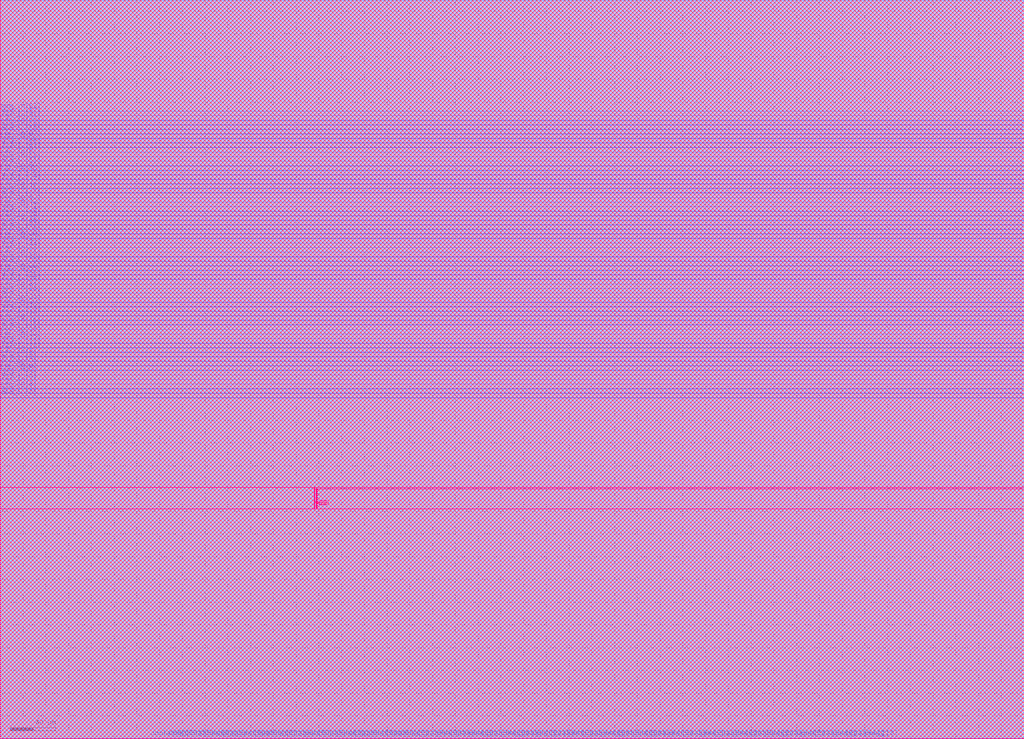
<source format=lef>
##
## LEF for PtnCells ;
## created by Innovus v15.23-s045_1 on Sat Mar 22 04:18:38 2025
##

VERSION 5.8 ;

BUSBITCHARS "[]" ;
DIVIDERCHAR "/" ;

MACRO core
  CLASS BLOCK ;
  SIZE 900.0000 BY 650.0000 ;
  FOREIGN core 0.0000 0.0000 ;
  ORIGIN 0 0 ;
  SYMMETRY X Y R90 ;
  PIN clk
    DIRECTION INPUT ;
    USE SIGNAL ;
    PORT
      LAYER M4 ;
        RECT 450.0500 649.4800 450.1500 650.0000 ;
    END
  END clk
  PIN clk_o
    DIRECTION INPUT ;
    USE SIGNAL ;
    PORT
      LAYER M4 ;
        RECT 454.0500 649.4800 454.1500 650.0000 ;
    END
  END clk_o
  PIN sum_out[23]
    DIRECTION OUTPUT ;
    USE SIGNAL ;
    PORT
      LAYER M4 ;
        RECT 742.0500 649.4800 742.1500 650.0000 ;
    END
  END sum_out[23]
  PIN sum_out[22]
    DIRECTION OUTPUT ;
    USE SIGNAL ;
    PORT
      LAYER M4 ;
        RECT 738.0500 649.4800 738.1500 650.0000 ;
    END
  END sum_out[22]
  PIN sum_out[21]
    DIRECTION OUTPUT ;
    USE SIGNAL ;
    PORT
      LAYER M4 ;
        RECT 734.0500 649.4800 734.1500 650.0000 ;
    END
  END sum_out[21]
  PIN sum_out[20]
    DIRECTION OUTPUT ;
    USE SIGNAL ;
    PORT
      LAYER M4 ;
        RECT 730.0500 649.4800 730.1500 650.0000 ;
    END
  END sum_out[20]
  PIN sum_out[19]
    DIRECTION OUTPUT ;
    USE SIGNAL ;
    PORT
      LAYER M4 ;
        RECT 726.0500 649.4800 726.1500 650.0000 ;
    END
  END sum_out[19]
  PIN sum_out[18]
    DIRECTION OUTPUT ;
    USE SIGNAL ;
    PORT
      LAYER M4 ;
        RECT 722.0500 649.4800 722.1500 650.0000 ;
    END
  END sum_out[18]
  PIN sum_out[17]
    DIRECTION OUTPUT ;
    USE SIGNAL ;
    PORT
      LAYER M4 ;
        RECT 718.0500 649.4800 718.1500 650.0000 ;
    END
  END sum_out[17]
  PIN sum_out[16]
    DIRECTION OUTPUT ;
    USE SIGNAL ;
    PORT
      LAYER M4 ;
        RECT 714.0500 649.4800 714.1500 650.0000 ;
    END
  END sum_out[16]
  PIN sum_out[15]
    DIRECTION OUTPUT ;
    USE SIGNAL ;
    PORT
      LAYER M4 ;
        RECT 710.0500 649.4800 710.1500 650.0000 ;
    END
  END sum_out[15]
  PIN sum_out[14]
    DIRECTION OUTPUT ;
    USE SIGNAL ;
    PORT
      LAYER M4 ;
        RECT 706.0500 649.4800 706.1500 650.0000 ;
    END
  END sum_out[14]
  PIN sum_out[13]
    DIRECTION OUTPUT ;
    USE SIGNAL ;
    PORT
      LAYER M4 ;
        RECT 702.0500 649.4800 702.1500 650.0000 ;
    END
  END sum_out[13]
  PIN sum_out[12]
    DIRECTION OUTPUT ;
    USE SIGNAL ;
    PORT
      LAYER M4 ;
        RECT 698.0500 649.4800 698.1500 650.0000 ;
    END
  END sum_out[12]
  PIN sum_out[11]
    DIRECTION OUTPUT ;
    USE SIGNAL ;
    PORT
      LAYER M4 ;
        RECT 694.0500 649.4800 694.1500 650.0000 ;
    END
  END sum_out[11]
  PIN sum_out[10]
    DIRECTION OUTPUT ;
    USE SIGNAL ;
    PORT
      LAYER M4 ;
        RECT 690.0500 649.4800 690.1500 650.0000 ;
    END
  END sum_out[10]
  PIN sum_out[9]
    DIRECTION OUTPUT ;
    USE SIGNAL ;
    PORT
      LAYER M4 ;
        RECT 686.0500 649.4800 686.1500 650.0000 ;
    END
  END sum_out[9]
  PIN sum_out[8]
    DIRECTION OUTPUT ;
    USE SIGNAL ;
    PORT
      LAYER M4 ;
        RECT 682.0500 649.4800 682.1500 650.0000 ;
    END
  END sum_out[8]
  PIN sum_out[7]
    DIRECTION OUTPUT ;
    USE SIGNAL ;
    PORT
      LAYER M4 ;
        RECT 678.0500 649.4800 678.1500 650.0000 ;
    END
  END sum_out[7]
  PIN sum_out[6]
    DIRECTION OUTPUT ;
    USE SIGNAL ;
    PORT
      LAYER M4 ;
        RECT 674.0500 649.4800 674.1500 650.0000 ;
    END
  END sum_out[6]
  PIN sum_out[5]
    DIRECTION OUTPUT ;
    USE SIGNAL ;
    PORT
      LAYER M4 ;
        RECT 670.0500 649.4800 670.1500 650.0000 ;
    END
  END sum_out[5]
  PIN sum_out[4]
    DIRECTION OUTPUT ;
    USE SIGNAL ;
    PORT
      LAYER M4 ;
        RECT 666.0500 649.4800 666.1500 650.0000 ;
    END
  END sum_out[4]
  PIN sum_out[3]
    DIRECTION OUTPUT ;
    USE SIGNAL ;
    PORT
      LAYER M4 ;
        RECT 662.0500 649.4800 662.1500 650.0000 ;
    END
  END sum_out[3]
  PIN sum_out[2]
    DIRECTION OUTPUT ;
    USE SIGNAL ;
    PORT
      LAYER M4 ;
        RECT 658.0500 649.4800 658.1500 650.0000 ;
    END
  END sum_out[2]
  PIN sum_out[1]
    DIRECTION OUTPUT ;
    USE SIGNAL ;
    PORT
      LAYER M4 ;
        RECT 654.0500 649.4800 654.1500 650.0000 ;
    END
  END sum_out[1]
  PIN sum_out[0]
    DIRECTION OUTPUT ;
    USE SIGNAL ;
    PORT
      LAYER M4 ;
        RECT 650.0500 649.4800 650.1500 650.0000 ;
    END
  END sum_out[0]
  PIN sum_in[23]
    DIRECTION INPUT ;
    USE SIGNAL ;
    PORT
      LAYER M4 ;
        RECT 646.0500 649.4800 646.1500 650.0000 ;
    END
  END sum_in[23]
  PIN sum_in[22]
    DIRECTION INPUT ;
    USE SIGNAL ;
    PORT
      LAYER M4 ;
        RECT 642.0500 649.4800 642.1500 650.0000 ;
    END
  END sum_in[22]
  PIN sum_in[21]
    DIRECTION INPUT ;
    USE SIGNAL ;
    PORT
      LAYER M4 ;
        RECT 638.0500 649.4800 638.1500 650.0000 ;
    END
  END sum_in[21]
  PIN sum_in[20]
    DIRECTION INPUT ;
    USE SIGNAL ;
    PORT
      LAYER M4 ;
        RECT 634.0500 649.4800 634.1500 650.0000 ;
    END
  END sum_in[20]
  PIN sum_in[19]
    DIRECTION INPUT ;
    USE SIGNAL ;
    PORT
      LAYER M4 ;
        RECT 630.0500 649.4800 630.1500 650.0000 ;
    END
  END sum_in[19]
  PIN sum_in[18]
    DIRECTION INPUT ;
    USE SIGNAL ;
    PORT
      LAYER M4 ;
        RECT 626.0500 649.4800 626.1500 650.0000 ;
    END
  END sum_in[18]
  PIN sum_in[17]
    DIRECTION INPUT ;
    USE SIGNAL ;
    PORT
      LAYER M4 ;
        RECT 622.0500 649.4800 622.1500 650.0000 ;
    END
  END sum_in[17]
  PIN sum_in[16]
    DIRECTION INPUT ;
    USE SIGNAL ;
    PORT
      LAYER M4 ;
        RECT 618.0500 649.4800 618.1500 650.0000 ;
    END
  END sum_in[16]
  PIN sum_in[15]
    DIRECTION INPUT ;
    USE SIGNAL ;
    PORT
      LAYER M4 ;
        RECT 614.0500 649.4800 614.1500 650.0000 ;
    END
  END sum_in[15]
  PIN sum_in[14]
    DIRECTION INPUT ;
    USE SIGNAL ;
    PORT
      LAYER M4 ;
        RECT 610.0500 649.4800 610.1500 650.0000 ;
    END
  END sum_in[14]
  PIN sum_in[13]
    DIRECTION INPUT ;
    USE SIGNAL ;
    PORT
      LAYER M4 ;
        RECT 606.0500 649.4800 606.1500 650.0000 ;
    END
  END sum_in[13]
  PIN sum_in[12]
    DIRECTION INPUT ;
    USE SIGNAL ;
    PORT
      LAYER M4 ;
        RECT 602.0500 649.4800 602.1500 650.0000 ;
    END
  END sum_in[12]
  PIN sum_in[11]
    DIRECTION INPUT ;
    USE SIGNAL ;
    PORT
      LAYER M4 ;
        RECT 598.0500 649.4800 598.1500 650.0000 ;
    END
  END sum_in[11]
  PIN sum_in[10]
    DIRECTION INPUT ;
    USE SIGNAL ;
    PORT
      LAYER M4 ;
        RECT 594.0500 649.4800 594.1500 650.0000 ;
    END
  END sum_in[10]
  PIN sum_in[9]
    DIRECTION INPUT ;
    USE SIGNAL ;
    PORT
      LAYER M4 ;
        RECT 590.0500 649.4800 590.1500 650.0000 ;
    END
  END sum_in[9]
  PIN sum_in[8]
    DIRECTION INPUT ;
    USE SIGNAL ;
    PORT
      LAYER M4 ;
        RECT 586.0500 649.4800 586.1500 650.0000 ;
    END
  END sum_in[8]
  PIN sum_in[7]
    DIRECTION INPUT ;
    USE SIGNAL ;
    PORT
      LAYER M4 ;
        RECT 582.0500 649.4800 582.1500 650.0000 ;
    END
  END sum_in[7]
  PIN sum_in[6]
    DIRECTION INPUT ;
    USE SIGNAL ;
    PORT
      LAYER M4 ;
        RECT 578.0500 649.4800 578.1500 650.0000 ;
    END
  END sum_in[6]
  PIN sum_in[5]
    DIRECTION INPUT ;
    USE SIGNAL ;
    PORT
      LAYER M4 ;
        RECT 574.0500 649.4800 574.1500 650.0000 ;
    END
  END sum_in[5]
  PIN sum_in[4]
    DIRECTION INPUT ;
    USE SIGNAL ;
    PORT
      LAYER M4 ;
        RECT 570.0500 649.4800 570.1500 650.0000 ;
    END
  END sum_in[4]
  PIN sum_in[3]
    DIRECTION INPUT ;
    USE SIGNAL ;
    PORT
      LAYER M4 ;
        RECT 566.0500 649.4800 566.1500 650.0000 ;
    END
  END sum_in[3]
  PIN sum_in[2]
    DIRECTION INPUT ;
    USE SIGNAL ;
    PORT
      LAYER M4 ;
        RECT 562.0500 649.4800 562.1500 650.0000 ;
    END
  END sum_in[2]
  PIN sum_in[1]
    DIRECTION INPUT ;
    USE SIGNAL ;
    PORT
      LAYER M4 ;
        RECT 558.0500 649.4800 558.1500 650.0000 ;
    END
  END sum_in[1]
  PIN sum_in[0]
    DIRECTION INPUT ;
    USE SIGNAL ;
    PORT
      LAYER M4 ;
        RECT 554.0500 649.4800 554.1500 650.0000 ;
    END
  END sum_in[0]
  PIN mem_in[63]
    DIRECTION INPUT ;
    USE SIGNAL ;
    PORT
      LAYER M3 ;
        RECT 0.0000 551.9500 0.5200 552.0500 ;
    END
  END mem_in[63]
  PIN mem_in[62]
    DIRECTION INPUT ;
    USE SIGNAL ;
    PORT
      LAYER M3 ;
        RECT 0.0000 547.9500 0.5200 548.0500 ;
    END
  END mem_in[62]
  PIN mem_in[61]
    DIRECTION INPUT ;
    USE SIGNAL ;
    PORT
      LAYER M3 ;
        RECT 0.0000 543.9500 0.5200 544.0500 ;
    END
  END mem_in[61]
  PIN mem_in[60]
    DIRECTION INPUT ;
    USE SIGNAL ;
    PORT
      LAYER M3 ;
        RECT 0.0000 539.9500 0.5200 540.0500 ;
    END
  END mem_in[60]
  PIN mem_in[59]
    DIRECTION INPUT ;
    USE SIGNAL ;
    PORT
      LAYER M3 ;
        RECT 0.0000 535.9500 0.5200 536.0500 ;
    END
  END mem_in[59]
  PIN mem_in[58]
    DIRECTION INPUT ;
    USE SIGNAL ;
    PORT
      LAYER M3 ;
        RECT 0.0000 531.9500 0.5200 532.0500 ;
    END
  END mem_in[58]
  PIN mem_in[57]
    DIRECTION INPUT ;
    USE SIGNAL ;
    PORT
      LAYER M3 ;
        RECT 0.0000 527.9500 0.5200 528.0500 ;
    END
  END mem_in[57]
  PIN mem_in[56]
    DIRECTION INPUT ;
    USE SIGNAL ;
    PORT
      LAYER M3 ;
        RECT 0.0000 523.9500 0.5200 524.0500 ;
    END
  END mem_in[56]
  PIN mem_in[55]
    DIRECTION INPUT ;
    USE SIGNAL ;
    PORT
      LAYER M3 ;
        RECT 0.0000 519.9500 0.5200 520.0500 ;
    END
  END mem_in[55]
  PIN mem_in[54]
    DIRECTION INPUT ;
    USE SIGNAL ;
    PORT
      LAYER M3 ;
        RECT 0.0000 515.9500 0.5200 516.0500 ;
    END
  END mem_in[54]
  PIN mem_in[53]
    DIRECTION INPUT ;
    USE SIGNAL ;
    PORT
      LAYER M3 ;
        RECT 0.0000 511.9500 0.5200 512.0500 ;
    END
  END mem_in[53]
  PIN mem_in[52]
    DIRECTION INPUT ;
    USE SIGNAL ;
    PORT
      LAYER M3 ;
        RECT 0.0000 507.9500 0.5200 508.0500 ;
    END
  END mem_in[52]
  PIN mem_in[51]
    DIRECTION INPUT ;
    USE SIGNAL ;
    PORT
      LAYER M3 ;
        RECT 0.0000 503.9500 0.5200 504.0500 ;
    END
  END mem_in[51]
  PIN mem_in[50]
    DIRECTION INPUT ;
    USE SIGNAL ;
    PORT
      LAYER M3 ;
        RECT 0.0000 499.9500 0.5200 500.0500 ;
    END
  END mem_in[50]
  PIN mem_in[49]
    DIRECTION INPUT ;
    USE SIGNAL ;
    PORT
      LAYER M3 ;
        RECT 0.0000 495.9500 0.5200 496.0500 ;
    END
  END mem_in[49]
  PIN mem_in[48]
    DIRECTION INPUT ;
    USE SIGNAL ;
    PORT
      LAYER M3 ;
        RECT 0.0000 491.9500 0.5200 492.0500 ;
    END
  END mem_in[48]
  PIN mem_in[47]
    DIRECTION INPUT ;
    USE SIGNAL ;
    PORT
      LAYER M3 ;
        RECT 0.0000 487.9500 0.5200 488.0500 ;
    END
  END mem_in[47]
  PIN mem_in[46]
    DIRECTION INPUT ;
    USE SIGNAL ;
    PORT
      LAYER M3 ;
        RECT 0.0000 483.9500 0.5200 484.0500 ;
    END
  END mem_in[46]
  PIN mem_in[45]
    DIRECTION INPUT ;
    USE SIGNAL ;
    PORT
      LAYER M3 ;
        RECT 0.0000 479.9500 0.5200 480.0500 ;
    END
  END mem_in[45]
  PIN mem_in[44]
    DIRECTION INPUT ;
    USE SIGNAL ;
    PORT
      LAYER M3 ;
        RECT 0.0000 475.9500 0.5200 476.0500 ;
    END
  END mem_in[44]
  PIN mem_in[43]
    DIRECTION INPUT ;
    USE SIGNAL ;
    PORT
      LAYER M3 ;
        RECT 0.0000 471.9500 0.5200 472.0500 ;
    END
  END mem_in[43]
  PIN mem_in[42]
    DIRECTION INPUT ;
    USE SIGNAL ;
    PORT
      LAYER M3 ;
        RECT 0.0000 467.9500 0.5200 468.0500 ;
    END
  END mem_in[42]
  PIN mem_in[41]
    DIRECTION INPUT ;
    USE SIGNAL ;
    PORT
      LAYER M3 ;
        RECT 0.0000 463.9500 0.5200 464.0500 ;
    END
  END mem_in[41]
  PIN mem_in[40]
    DIRECTION INPUT ;
    USE SIGNAL ;
    PORT
      LAYER M3 ;
        RECT 0.0000 459.9500 0.5200 460.0500 ;
    END
  END mem_in[40]
  PIN mem_in[39]
    DIRECTION INPUT ;
    USE SIGNAL ;
    PORT
      LAYER M3 ;
        RECT 0.0000 455.9500 0.5200 456.0500 ;
    END
  END mem_in[39]
  PIN mem_in[38]
    DIRECTION INPUT ;
    USE SIGNAL ;
    PORT
      LAYER M3 ;
        RECT 0.0000 451.9500 0.5200 452.0500 ;
    END
  END mem_in[38]
  PIN mem_in[37]
    DIRECTION INPUT ;
    USE SIGNAL ;
    PORT
      LAYER M3 ;
        RECT 0.0000 447.9500 0.5200 448.0500 ;
    END
  END mem_in[37]
  PIN mem_in[36]
    DIRECTION INPUT ;
    USE SIGNAL ;
    PORT
      LAYER M3 ;
        RECT 0.0000 443.9500 0.5200 444.0500 ;
    END
  END mem_in[36]
  PIN mem_in[35]
    DIRECTION INPUT ;
    USE SIGNAL ;
    PORT
      LAYER M3 ;
        RECT 0.0000 439.9500 0.5200 440.0500 ;
    END
  END mem_in[35]
  PIN mem_in[34]
    DIRECTION INPUT ;
    USE SIGNAL ;
    PORT
      LAYER M3 ;
        RECT 0.0000 435.9500 0.5200 436.0500 ;
    END
  END mem_in[34]
  PIN mem_in[33]
    DIRECTION INPUT ;
    USE SIGNAL ;
    PORT
      LAYER M3 ;
        RECT 0.0000 431.9500 0.5200 432.0500 ;
    END
  END mem_in[33]
  PIN mem_in[32]
    DIRECTION INPUT ;
    USE SIGNAL ;
    PORT
      LAYER M3 ;
        RECT 0.0000 427.9500 0.5200 428.0500 ;
    END
  END mem_in[32]
  PIN mem_in[31]
    DIRECTION INPUT ;
    USE SIGNAL ;
    PORT
      LAYER M3 ;
        RECT 0.0000 423.9500 0.5200 424.0500 ;
    END
  END mem_in[31]
  PIN mem_in[30]
    DIRECTION INPUT ;
    USE SIGNAL ;
    PORT
      LAYER M3 ;
        RECT 0.0000 419.9500 0.5200 420.0500 ;
    END
  END mem_in[30]
  PIN mem_in[29]
    DIRECTION INPUT ;
    USE SIGNAL ;
    PORT
      LAYER M3 ;
        RECT 0.0000 415.9500 0.5200 416.0500 ;
    END
  END mem_in[29]
  PIN mem_in[28]
    DIRECTION INPUT ;
    USE SIGNAL ;
    PORT
      LAYER M3 ;
        RECT 0.0000 411.9500 0.5200 412.0500 ;
    END
  END mem_in[28]
  PIN mem_in[27]
    DIRECTION INPUT ;
    USE SIGNAL ;
    PORT
      LAYER M3 ;
        RECT 0.0000 407.9500 0.5200 408.0500 ;
    END
  END mem_in[27]
  PIN mem_in[26]
    DIRECTION INPUT ;
    USE SIGNAL ;
    PORT
      LAYER M3 ;
        RECT 0.0000 403.9500 0.5200 404.0500 ;
    END
  END mem_in[26]
  PIN mem_in[25]
    DIRECTION INPUT ;
    USE SIGNAL ;
    PORT
      LAYER M3 ;
        RECT 0.0000 399.9500 0.5200 400.0500 ;
    END
  END mem_in[25]
  PIN mem_in[24]
    DIRECTION INPUT ;
    USE SIGNAL ;
    PORT
      LAYER M3 ;
        RECT 0.0000 395.9500 0.5200 396.0500 ;
    END
  END mem_in[24]
  PIN mem_in[23]
    DIRECTION INPUT ;
    USE SIGNAL ;
    PORT
      LAYER M3 ;
        RECT 0.0000 391.9500 0.5200 392.0500 ;
    END
  END mem_in[23]
  PIN mem_in[22]
    DIRECTION INPUT ;
    USE SIGNAL ;
    PORT
      LAYER M3 ;
        RECT 0.0000 387.9500 0.5200 388.0500 ;
    END
  END mem_in[22]
  PIN mem_in[21]
    DIRECTION INPUT ;
    USE SIGNAL ;
    PORT
      LAYER M3 ;
        RECT 0.0000 383.9500 0.5200 384.0500 ;
    END
  END mem_in[21]
  PIN mem_in[20]
    DIRECTION INPUT ;
    USE SIGNAL ;
    PORT
      LAYER M3 ;
        RECT 0.0000 379.9500 0.5200 380.0500 ;
    END
  END mem_in[20]
  PIN mem_in[19]
    DIRECTION INPUT ;
    USE SIGNAL ;
    PORT
      LAYER M3 ;
        RECT 0.0000 375.9500 0.5200 376.0500 ;
    END
  END mem_in[19]
  PIN mem_in[18]
    DIRECTION INPUT ;
    USE SIGNAL ;
    PORT
      LAYER M3 ;
        RECT 0.0000 371.9500 0.5200 372.0500 ;
    END
  END mem_in[18]
  PIN mem_in[17]
    DIRECTION INPUT ;
    USE SIGNAL ;
    PORT
      LAYER M3 ;
        RECT 0.0000 367.9500 0.5200 368.0500 ;
    END
  END mem_in[17]
  PIN mem_in[16]
    DIRECTION INPUT ;
    USE SIGNAL ;
    PORT
      LAYER M3 ;
        RECT 0.0000 363.9500 0.5200 364.0500 ;
    END
  END mem_in[16]
  PIN mem_in[15]
    DIRECTION INPUT ;
    USE SIGNAL ;
    PORT
      LAYER M3 ;
        RECT 0.0000 359.9500 0.5200 360.0500 ;
    END
  END mem_in[15]
  PIN mem_in[14]
    DIRECTION INPUT ;
    USE SIGNAL ;
    PORT
      LAYER M3 ;
        RECT 0.0000 355.9500 0.5200 356.0500 ;
    END
  END mem_in[14]
  PIN mem_in[13]
    DIRECTION INPUT ;
    USE SIGNAL ;
    PORT
      LAYER M3 ;
        RECT 0.0000 351.9500 0.5200 352.0500 ;
    END
  END mem_in[13]
  PIN mem_in[12]
    DIRECTION INPUT ;
    USE SIGNAL ;
    PORT
      LAYER M3 ;
        RECT 0.0000 347.9500 0.5200 348.0500 ;
    END
  END mem_in[12]
  PIN mem_in[11]
    DIRECTION INPUT ;
    USE SIGNAL ;
    PORT
      LAYER M3 ;
        RECT 0.0000 343.9500 0.5200 344.0500 ;
    END
  END mem_in[11]
  PIN mem_in[10]
    DIRECTION INPUT ;
    USE SIGNAL ;
    PORT
      LAYER M3 ;
        RECT 0.0000 339.9500 0.5200 340.0500 ;
    END
  END mem_in[10]
  PIN mem_in[9]
    DIRECTION INPUT ;
    USE SIGNAL ;
    PORT
      LAYER M3 ;
        RECT 0.0000 335.9500 0.5200 336.0500 ;
    END
  END mem_in[9]
  PIN mem_in[8]
    DIRECTION INPUT ;
    USE SIGNAL ;
    PORT
      LAYER M3 ;
        RECT 0.0000 331.9500 0.5200 332.0500 ;
    END
  END mem_in[8]
  PIN mem_in[7]
    DIRECTION INPUT ;
    USE SIGNAL ;
    PORT
      LAYER M3 ;
        RECT 0.0000 327.9500 0.5200 328.0500 ;
    END
  END mem_in[7]
  PIN mem_in[6]
    DIRECTION INPUT ;
    USE SIGNAL ;
    PORT
      LAYER M3 ;
        RECT 0.0000 323.9500 0.5200 324.0500 ;
    END
  END mem_in[6]
  PIN mem_in[5]
    DIRECTION INPUT ;
    USE SIGNAL ;
    PORT
      LAYER M3 ;
        RECT 0.0000 319.9500 0.5200 320.0500 ;
    END
  END mem_in[5]
  PIN mem_in[4]
    DIRECTION INPUT ;
    USE SIGNAL ;
    PORT
      LAYER M3 ;
        RECT 0.0000 315.9500 0.5200 316.0500 ;
    END
  END mem_in[4]
  PIN mem_in[3]
    DIRECTION INPUT ;
    USE SIGNAL ;
    PORT
      LAYER M3 ;
        RECT 0.0000 311.9500 0.5200 312.0500 ;
    END
  END mem_in[3]
  PIN mem_in[2]
    DIRECTION INPUT ;
    USE SIGNAL ;
    PORT
      LAYER M3 ;
        RECT 0.0000 307.9500 0.5200 308.0500 ;
    END
  END mem_in[2]
  PIN mem_in[1]
    DIRECTION INPUT ;
    USE SIGNAL ;
    PORT
      LAYER M3 ;
        RECT 0.0000 303.9500 0.5200 304.0500 ;
    END
  END mem_in[1]
  PIN mem_in[0]
    DIRECTION INPUT ;
    USE SIGNAL ;
    PORT
      LAYER M3 ;
        RECT 0.0000 299.9500 0.5200 300.0500 ;
    END
  END mem_in[0]
  PIN out[159]
    DIRECTION OUTPUT ;
    USE SIGNAL ;
    PORT
      LAYER M4 ;
        RECT 131.8500 0.0000 131.9500 0.5200 ;
    END
  END out[159]
  PIN out[158]
    DIRECTION OUTPUT ;
    USE SIGNAL ;
    PORT
      LAYER M4 ;
        RECT 135.8500 0.0000 135.9500 0.5200 ;
    END
  END out[158]
  PIN out[157]
    DIRECTION OUTPUT ;
    USE SIGNAL ;
    PORT
      LAYER M4 ;
        RECT 139.8500 0.0000 139.9500 0.5200 ;
    END
  END out[157]
  PIN out[156]
    DIRECTION OUTPUT ;
    USE SIGNAL ;
    PORT
      LAYER M4 ;
        RECT 143.8500 0.0000 143.9500 0.5200 ;
    END
  END out[156]
  PIN out[155]
    DIRECTION OUTPUT ;
    USE SIGNAL ;
    PORT
      LAYER M4 ;
        RECT 147.8500 0.0000 147.9500 0.5200 ;
    END
  END out[155]
  PIN out[154]
    DIRECTION OUTPUT ;
    USE SIGNAL ;
    PORT
      LAYER M4 ;
        RECT 151.8500 0.0000 151.9500 0.5200 ;
    END
  END out[154]
  PIN out[153]
    DIRECTION OUTPUT ;
    USE SIGNAL ;
    PORT
      LAYER M4 ;
        RECT 155.8500 0.0000 155.9500 0.5200 ;
    END
  END out[153]
  PIN out[152]
    DIRECTION OUTPUT ;
    USE SIGNAL ;
    PORT
      LAYER M4 ;
        RECT 159.8500 0.0000 159.9500 0.5200 ;
    END
  END out[152]
  PIN out[151]
    DIRECTION OUTPUT ;
    USE SIGNAL ;
    PORT
      LAYER M4 ;
        RECT 163.8500 0.0000 163.9500 0.5200 ;
    END
  END out[151]
  PIN out[150]
    DIRECTION OUTPUT ;
    USE SIGNAL ;
    PORT
      LAYER M4 ;
        RECT 167.8500 0.0000 167.9500 0.5200 ;
    END
  END out[150]
  PIN out[149]
    DIRECTION OUTPUT ;
    USE SIGNAL ;
    PORT
      LAYER M4 ;
        RECT 171.8500 0.0000 171.9500 0.5200 ;
    END
  END out[149]
  PIN out[148]
    DIRECTION OUTPUT ;
    USE SIGNAL ;
    PORT
      LAYER M4 ;
        RECT 175.8500 0.0000 175.9500 0.5200 ;
    END
  END out[148]
  PIN out[147]
    DIRECTION OUTPUT ;
    USE SIGNAL ;
    PORT
      LAYER M4 ;
        RECT 179.8500 0.0000 179.9500 0.5200 ;
    END
  END out[147]
  PIN out[146]
    DIRECTION OUTPUT ;
    USE SIGNAL ;
    PORT
      LAYER M4 ;
        RECT 183.8500 0.0000 183.9500 0.5200 ;
    END
  END out[146]
  PIN out[145]
    DIRECTION OUTPUT ;
    USE SIGNAL ;
    PORT
      LAYER M4 ;
        RECT 187.8500 0.0000 187.9500 0.5200 ;
    END
  END out[145]
  PIN out[144]
    DIRECTION OUTPUT ;
    USE SIGNAL ;
    PORT
      LAYER M4 ;
        RECT 191.8500 0.0000 191.9500 0.5200 ;
    END
  END out[144]
  PIN out[143]
    DIRECTION OUTPUT ;
    USE SIGNAL ;
    PORT
      LAYER M4 ;
        RECT 195.8500 0.0000 195.9500 0.5200 ;
    END
  END out[143]
  PIN out[142]
    DIRECTION OUTPUT ;
    USE SIGNAL ;
    PORT
      LAYER M4 ;
        RECT 199.8500 0.0000 199.9500 0.5200 ;
    END
  END out[142]
  PIN out[141]
    DIRECTION OUTPUT ;
    USE SIGNAL ;
    PORT
      LAYER M4 ;
        RECT 203.8500 0.0000 203.9500 0.5200 ;
    END
  END out[141]
  PIN out[140]
    DIRECTION OUTPUT ;
    USE SIGNAL ;
    PORT
      LAYER M4 ;
        RECT 207.8500 0.0000 207.9500 0.5200 ;
    END
  END out[140]
  PIN out[139]
    DIRECTION OUTPUT ;
    USE SIGNAL ;
    PORT
      LAYER M4 ;
        RECT 211.8500 0.0000 211.9500 0.5200 ;
    END
  END out[139]
  PIN out[138]
    DIRECTION OUTPUT ;
    USE SIGNAL ;
    PORT
      LAYER M4 ;
        RECT 215.8500 0.0000 215.9500 0.5200 ;
    END
  END out[138]
  PIN out[137]
    DIRECTION OUTPUT ;
    USE SIGNAL ;
    PORT
      LAYER M4 ;
        RECT 219.8500 0.0000 219.9500 0.5200 ;
    END
  END out[137]
  PIN out[136]
    DIRECTION OUTPUT ;
    USE SIGNAL ;
    PORT
      LAYER M4 ;
        RECT 223.8500 0.0000 223.9500 0.5200 ;
    END
  END out[136]
  PIN out[135]
    DIRECTION OUTPUT ;
    USE SIGNAL ;
    PORT
      LAYER M4 ;
        RECT 227.8500 0.0000 227.9500 0.5200 ;
    END
  END out[135]
  PIN out[134]
    DIRECTION OUTPUT ;
    USE SIGNAL ;
    PORT
      LAYER M4 ;
        RECT 231.8500 0.0000 231.9500 0.5200 ;
    END
  END out[134]
  PIN out[133]
    DIRECTION OUTPUT ;
    USE SIGNAL ;
    PORT
      LAYER M4 ;
        RECT 235.8500 0.0000 235.9500 0.5200 ;
    END
  END out[133]
  PIN out[132]
    DIRECTION OUTPUT ;
    USE SIGNAL ;
    PORT
      LAYER M4 ;
        RECT 239.8500 0.0000 239.9500 0.5200 ;
    END
  END out[132]
  PIN out[131]
    DIRECTION OUTPUT ;
    USE SIGNAL ;
    PORT
      LAYER M4 ;
        RECT 243.8500 0.0000 243.9500 0.5200 ;
    END
  END out[131]
  PIN out[130]
    DIRECTION OUTPUT ;
    USE SIGNAL ;
    PORT
      LAYER M4 ;
        RECT 247.8500 0.0000 247.9500 0.5200 ;
    END
  END out[130]
  PIN out[129]
    DIRECTION OUTPUT ;
    USE SIGNAL ;
    PORT
      LAYER M4 ;
        RECT 251.8500 0.0000 251.9500 0.5200 ;
    END
  END out[129]
  PIN out[128]
    DIRECTION OUTPUT ;
    USE SIGNAL ;
    PORT
      LAYER M4 ;
        RECT 255.8500 0.0000 255.9500 0.5200 ;
    END
  END out[128]
  PIN out[127]
    DIRECTION OUTPUT ;
    USE SIGNAL ;
    PORT
      LAYER M4 ;
        RECT 259.8500 0.0000 259.9500 0.5200 ;
    END
  END out[127]
  PIN out[126]
    DIRECTION OUTPUT ;
    USE SIGNAL ;
    PORT
      LAYER M4 ;
        RECT 263.8500 0.0000 263.9500 0.5200 ;
    END
  END out[126]
  PIN out[125]
    DIRECTION OUTPUT ;
    USE SIGNAL ;
    PORT
      LAYER M4 ;
        RECT 267.8500 0.0000 267.9500 0.5200 ;
    END
  END out[125]
  PIN out[124]
    DIRECTION OUTPUT ;
    USE SIGNAL ;
    PORT
      LAYER M4 ;
        RECT 271.8500 0.0000 271.9500 0.5200 ;
    END
  END out[124]
  PIN out[123]
    DIRECTION OUTPUT ;
    USE SIGNAL ;
    PORT
      LAYER M4 ;
        RECT 275.8500 0.0000 275.9500 0.5200 ;
    END
  END out[123]
  PIN out[122]
    DIRECTION OUTPUT ;
    USE SIGNAL ;
    PORT
      LAYER M4 ;
        RECT 279.8500 0.0000 279.9500 0.5200 ;
    END
  END out[122]
  PIN out[121]
    DIRECTION OUTPUT ;
    USE SIGNAL ;
    PORT
      LAYER M4 ;
        RECT 283.8500 0.0000 283.9500 0.5200 ;
    END
  END out[121]
  PIN out[120]
    DIRECTION OUTPUT ;
    USE SIGNAL ;
    PORT
      LAYER M4 ;
        RECT 287.8500 0.0000 287.9500 0.5200 ;
    END
  END out[120]
  PIN out[119]
    DIRECTION OUTPUT ;
    USE SIGNAL ;
    PORT
      LAYER M4 ;
        RECT 291.8500 0.0000 291.9500 0.5200 ;
    END
  END out[119]
  PIN out[118]
    DIRECTION OUTPUT ;
    USE SIGNAL ;
    PORT
      LAYER M4 ;
        RECT 295.8500 0.0000 295.9500 0.5200 ;
    END
  END out[118]
  PIN out[117]
    DIRECTION OUTPUT ;
    USE SIGNAL ;
    PORT
      LAYER M4 ;
        RECT 299.8500 0.0000 299.9500 0.5200 ;
    END
  END out[117]
  PIN out[116]
    DIRECTION OUTPUT ;
    USE SIGNAL ;
    PORT
      LAYER M4 ;
        RECT 303.8500 0.0000 303.9500 0.5200 ;
    END
  END out[116]
  PIN out[115]
    DIRECTION OUTPUT ;
    USE SIGNAL ;
    PORT
      LAYER M4 ;
        RECT 307.8500 0.0000 307.9500 0.5200 ;
    END
  END out[115]
  PIN out[114]
    DIRECTION OUTPUT ;
    USE SIGNAL ;
    PORT
      LAYER M4 ;
        RECT 311.8500 0.0000 311.9500 0.5200 ;
    END
  END out[114]
  PIN out[113]
    DIRECTION OUTPUT ;
    USE SIGNAL ;
    PORT
      LAYER M4 ;
        RECT 315.8500 0.0000 315.9500 0.5200 ;
    END
  END out[113]
  PIN out[112]
    DIRECTION OUTPUT ;
    USE SIGNAL ;
    PORT
      LAYER M4 ;
        RECT 319.8500 0.0000 319.9500 0.5200 ;
    END
  END out[112]
  PIN out[111]
    DIRECTION OUTPUT ;
    USE SIGNAL ;
    PORT
      LAYER M4 ;
        RECT 323.8500 0.0000 323.9500 0.5200 ;
    END
  END out[111]
  PIN out[110]
    DIRECTION OUTPUT ;
    USE SIGNAL ;
    PORT
      LAYER M4 ;
        RECT 327.8500 0.0000 327.9500 0.5200 ;
    END
  END out[110]
  PIN out[109]
    DIRECTION OUTPUT ;
    USE SIGNAL ;
    PORT
      LAYER M4 ;
        RECT 331.8500 0.0000 331.9500 0.5200 ;
    END
  END out[109]
  PIN out[108]
    DIRECTION OUTPUT ;
    USE SIGNAL ;
    PORT
      LAYER M4 ;
        RECT 335.8500 0.0000 335.9500 0.5200 ;
    END
  END out[108]
  PIN out[107]
    DIRECTION OUTPUT ;
    USE SIGNAL ;
    PORT
      LAYER M4 ;
        RECT 339.8500 0.0000 339.9500 0.5200 ;
    END
  END out[107]
  PIN out[106]
    DIRECTION OUTPUT ;
    USE SIGNAL ;
    PORT
      LAYER M4 ;
        RECT 343.8500 0.0000 343.9500 0.5200 ;
    END
  END out[106]
  PIN out[105]
    DIRECTION OUTPUT ;
    USE SIGNAL ;
    PORT
      LAYER M4 ;
        RECT 347.8500 0.0000 347.9500 0.5200 ;
    END
  END out[105]
  PIN out[104]
    DIRECTION OUTPUT ;
    USE SIGNAL ;
    PORT
      LAYER M4 ;
        RECT 351.8500 0.0000 351.9500 0.5200 ;
    END
  END out[104]
  PIN out[103]
    DIRECTION OUTPUT ;
    USE SIGNAL ;
    PORT
      LAYER M4 ;
        RECT 355.8500 0.0000 355.9500 0.5200 ;
    END
  END out[103]
  PIN out[102]
    DIRECTION OUTPUT ;
    USE SIGNAL ;
    PORT
      LAYER M4 ;
        RECT 359.8500 0.0000 359.9500 0.5200 ;
    END
  END out[102]
  PIN out[101]
    DIRECTION OUTPUT ;
    USE SIGNAL ;
    PORT
      LAYER M4 ;
        RECT 363.8500 0.0000 363.9500 0.5200 ;
    END
  END out[101]
  PIN out[100]
    DIRECTION OUTPUT ;
    USE SIGNAL ;
    PORT
      LAYER M4 ;
        RECT 367.8500 0.0000 367.9500 0.5200 ;
    END
  END out[100]
  PIN out[99]
    DIRECTION OUTPUT ;
    USE SIGNAL ;
    PORT
      LAYER M4 ;
        RECT 371.8500 0.0000 371.9500 0.5200 ;
    END
  END out[99]
  PIN out[98]
    DIRECTION OUTPUT ;
    USE SIGNAL ;
    PORT
      LAYER M4 ;
        RECT 375.8500 0.0000 375.9500 0.5200 ;
    END
  END out[98]
  PIN out[97]
    DIRECTION OUTPUT ;
    USE SIGNAL ;
    PORT
      LAYER M4 ;
        RECT 379.8500 0.0000 379.9500 0.5200 ;
    END
  END out[97]
  PIN out[96]
    DIRECTION OUTPUT ;
    USE SIGNAL ;
    PORT
      LAYER M4 ;
        RECT 383.8500 0.0000 383.9500 0.5200 ;
    END
  END out[96]
  PIN out[95]
    DIRECTION OUTPUT ;
    USE SIGNAL ;
    PORT
      LAYER M4 ;
        RECT 387.8500 0.0000 387.9500 0.5200 ;
    END
  END out[95]
  PIN out[94]
    DIRECTION OUTPUT ;
    USE SIGNAL ;
    PORT
      LAYER M4 ;
        RECT 391.8500 0.0000 391.9500 0.5200 ;
    END
  END out[94]
  PIN out[93]
    DIRECTION OUTPUT ;
    USE SIGNAL ;
    PORT
      LAYER M4 ;
        RECT 395.8500 0.0000 395.9500 0.5200 ;
    END
  END out[93]
  PIN out[92]
    DIRECTION OUTPUT ;
    USE SIGNAL ;
    PORT
      LAYER M4 ;
        RECT 399.8500 0.0000 399.9500 0.5200 ;
    END
  END out[92]
  PIN out[91]
    DIRECTION OUTPUT ;
    USE SIGNAL ;
    PORT
      LAYER M4 ;
        RECT 403.8500 0.0000 403.9500 0.5200 ;
    END
  END out[91]
  PIN out[90]
    DIRECTION OUTPUT ;
    USE SIGNAL ;
    PORT
      LAYER M4 ;
        RECT 407.8500 0.0000 407.9500 0.5200 ;
    END
  END out[90]
  PIN out[89]
    DIRECTION OUTPUT ;
    USE SIGNAL ;
    PORT
      LAYER M4 ;
        RECT 411.8500 0.0000 411.9500 0.5200 ;
    END
  END out[89]
  PIN out[88]
    DIRECTION OUTPUT ;
    USE SIGNAL ;
    PORT
      LAYER M4 ;
        RECT 415.8500 0.0000 415.9500 0.5200 ;
    END
  END out[88]
  PIN out[87]
    DIRECTION OUTPUT ;
    USE SIGNAL ;
    PORT
      LAYER M4 ;
        RECT 419.8500 0.0000 419.9500 0.5200 ;
    END
  END out[87]
  PIN out[86]
    DIRECTION OUTPUT ;
    USE SIGNAL ;
    PORT
      LAYER M4 ;
        RECT 423.8500 0.0000 423.9500 0.5200 ;
    END
  END out[86]
  PIN out[85]
    DIRECTION OUTPUT ;
    USE SIGNAL ;
    PORT
      LAYER M4 ;
        RECT 427.8500 0.0000 427.9500 0.5200 ;
    END
  END out[85]
  PIN out[84]
    DIRECTION OUTPUT ;
    USE SIGNAL ;
    PORT
      LAYER M4 ;
        RECT 431.8500 0.0000 431.9500 0.5200 ;
    END
  END out[84]
  PIN out[83]
    DIRECTION OUTPUT ;
    USE SIGNAL ;
    PORT
      LAYER M4 ;
        RECT 435.8500 0.0000 435.9500 0.5200 ;
    END
  END out[83]
  PIN out[82]
    DIRECTION OUTPUT ;
    USE SIGNAL ;
    PORT
      LAYER M4 ;
        RECT 439.8500 0.0000 439.9500 0.5200 ;
    END
  END out[82]
  PIN out[81]
    DIRECTION OUTPUT ;
    USE SIGNAL ;
    PORT
      LAYER M4 ;
        RECT 443.8500 0.0000 443.9500 0.5200 ;
    END
  END out[81]
  PIN out[80]
    DIRECTION OUTPUT ;
    USE SIGNAL ;
    PORT
      LAYER M4 ;
        RECT 447.8500 0.0000 447.9500 0.5200 ;
    END
  END out[80]
  PIN out[79]
    DIRECTION OUTPUT ;
    USE SIGNAL ;
    PORT
      LAYER M4 ;
        RECT 451.8500 0.0000 451.9500 0.5200 ;
    END
  END out[79]
  PIN out[78]
    DIRECTION OUTPUT ;
    USE SIGNAL ;
    PORT
      LAYER M4 ;
        RECT 455.8500 0.0000 455.9500 0.5200 ;
    END
  END out[78]
  PIN out[77]
    DIRECTION OUTPUT ;
    USE SIGNAL ;
    PORT
      LAYER M4 ;
        RECT 459.8500 0.0000 459.9500 0.5200 ;
    END
  END out[77]
  PIN out[76]
    DIRECTION OUTPUT ;
    USE SIGNAL ;
    PORT
      LAYER M4 ;
        RECT 463.8500 0.0000 463.9500 0.5200 ;
    END
  END out[76]
  PIN out[75]
    DIRECTION OUTPUT ;
    USE SIGNAL ;
    PORT
      LAYER M4 ;
        RECT 467.8500 0.0000 467.9500 0.5200 ;
    END
  END out[75]
  PIN out[74]
    DIRECTION OUTPUT ;
    USE SIGNAL ;
    PORT
      LAYER M4 ;
        RECT 471.8500 0.0000 471.9500 0.5200 ;
    END
  END out[74]
  PIN out[73]
    DIRECTION OUTPUT ;
    USE SIGNAL ;
    PORT
      LAYER M4 ;
        RECT 475.8500 0.0000 475.9500 0.5200 ;
    END
  END out[73]
  PIN out[72]
    DIRECTION OUTPUT ;
    USE SIGNAL ;
    PORT
      LAYER M4 ;
        RECT 479.8500 0.0000 479.9500 0.5200 ;
    END
  END out[72]
  PIN out[71]
    DIRECTION OUTPUT ;
    USE SIGNAL ;
    PORT
      LAYER M4 ;
        RECT 483.8500 0.0000 483.9500 0.5200 ;
    END
  END out[71]
  PIN out[70]
    DIRECTION OUTPUT ;
    USE SIGNAL ;
    PORT
      LAYER M4 ;
        RECT 487.8500 0.0000 487.9500 0.5200 ;
    END
  END out[70]
  PIN out[69]
    DIRECTION OUTPUT ;
    USE SIGNAL ;
    PORT
      LAYER M4 ;
        RECT 491.8500 0.0000 491.9500 0.5200 ;
    END
  END out[69]
  PIN out[68]
    DIRECTION OUTPUT ;
    USE SIGNAL ;
    PORT
      LAYER M4 ;
        RECT 495.8500 0.0000 495.9500 0.5200 ;
    END
  END out[68]
  PIN out[67]
    DIRECTION OUTPUT ;
    USE SIGNAL ;
    PORT
      LAYER M4 ;
        RECT 499.8500 0.0000 499.9500 0.5200 ;
    END
  END out[67]
  PIN out[66]
    DIRECTION OUTPUT ;
    USE SIGNAL ;
    PORT
      LAYER M4 ;
        RECT 503.8500 0.0000 503.9500 0.5200 ;
    END
  END out[66]
  PIN out[65]
    DIRECTION OUTPUT ;
    USE SIGNAL ;
    PORT
      LAYER M4 ;
        RECT 507.8500 0.0000 507.9500 0.5200 ;
    END
  END out[65]
  PIN out[64]
    DIRECTION OUTPUT ;
    USE SIGNAL ;
    PORT
      LAYER M4 ;
        RECT 511.8500 0.0000 511.9500 0.5200 ;
    END
  END out[64]
  PIN out[63]
    DIRECTION OUTPUT ;
    USE SIGNAL ;
    PORT
      LAYER M4 ;
        RECT 515.8500 0.0000 515.9500 0.5200 ;
    END
  END out[63]
  PIN out[62]
    DIRECTION OUTPUT ;
    USE SIGNAL ;
    PORT
      LAYER M4 ;
        RECT 519.8500 0.0000 519.9500 0.5200 ;
    END
  END out[62]
  PIN out[61]
    DIRECTION OUTPUT ;
    USE SIGNAL ;
    PORT
      LAYER M4 ;
        RECT 523.8500 0.0000 523.9500 0.5200 ;
    END
  END out[61]
  PIN out[60]
    DIRECTION OUTPUT ;
    USE SIGNAL ;
    PORT
      LAYER M4 ;
        RECT 527.8500 0.0000 527.9500 0.5200 ;
    END
  END out[60]
  PIN out[59]
    DIRECTION OUTPUT ;
    USE SIGNAL ;
    PORT
      LAYER M4 ;
        RECT 531.8500 0.0000 531.9500 0.5200 ;
    END
  END out[59]
  PIN out[58]
    DIRECTION OUTPUT ;
    USE SIGNAL ;
    PORT
      LAYER M4 ;
        RECT 535.8500 0.0000 535.9500 0.5200 ;
    END
  END out[58]
  PIN out[57]
    DIRECTION OUTPUT ;
    USE SIGNAL ;
    PORT
      LAYER M4 ;
        RECT 539.8500 0.0000 539.9500 0.5200 ;
    END
  END out[57]
  PIN out[56]
    DIRECTION OUTPUT ;
    USE SIGNAL ;
    PORT
      LAYER M4 ;
        RECT 543.8500 0.0000 543.9500 0.5200 ;
    END
  END out[56]
  PIN out[55]
    DIRECTION OUTPUT ;
    USE SIGNAL ;
    PORT
      LAYER M4 ;
        RECT 547.8500 0.0000 547.9500 0.5200 ;
    END
  END out[55]
  PIN out[54]
    DIRECTION OUTPUT ;
    USE SIGNAL ;
    PORT
      LAYER M4 ;
        RECT 551.8500 0.0000 551.9500 0.5200 ;
    END
  END out[54]
  PIN out[53]
    DIRECTION OUTPUT ;
    USE SIGNAL ;
    PORT
      LAYER M4 ;
        RECT 555.8500 0.0000 555.9500 0.5200 ;
    END
  END out[53]
  PIN out[52]
    DIRECTION OUTPUT ;
    USE SIGNAL ;
    PORT
      LAYER M4 ;
        RECT 559.8500 0.0000 559.9500 0.5200 ;
    END
  END out[52]
  PIN out[51]
    DIRECTION OUTPUT ;
    USE SIGNAL ;
    PORT
      LAYER M4 ;
        RECT 563.8500 0.0000 563.9500 0.5200 ;
    END
  END out[51]
  PIN out[50]
    DIRECTION OUTPUT ;
    USE SIGNAL ;
    PORT
      LAYER M4 ;
        RECT 567.8500 0.0000 567.9500 0.5200 ;
    END
  END out[50]
  PIN out[49]
    DIRECTION OUTPUT ;
    USE SIGNAL ;
    PORT
      LAYER M4 ;
        RECT 571.8500 0.0000 571.9500 0.5200 ;
    END
  END out[49]
  PIN out[48]
    DIRECTION OUTPUT ;
    USE SIGNAL ;
    PORT
      LAYER M4 ;
        RECT 575.8500 0.0000 575.9500 0.5200 ;
    END
  END out[48]
  PIN out[47]
    DIRECTION OUTPUT ;
    USE SIGNAL ;
    PORT
      LAYER M4 ;
        RECT 579.8500 0.0000 579.9500 0.5200 ;
    END
  END out[47]
  PIN out[46]
    DIRECTION OUTPUT ;
    USE SIGNAL ;
    PORT
      LAYER M4 ;
        RECT 583.8500 0.0000 583.9500 0.5200 ;
    END
  END out[46]
  PIN out[45]
    DIRECTION OUTPUT ;
    USE SIGNAL ;
    PORT
      LAYER M4 ;
        RECT 587.8500 0.0000 587.9500 0.5200 ;
    END
  END out[45]
  PIN out[44]
    DIRECTION OUTPUT ;
    USE SIGNAL ;
    PORT
      LAYER M4 ;
        RECT 591.8500 0.0000 591.9500 0.5200 ;
    END
  END out[44]
  PIN out[43]
    DIRECTION OUTPUT ;
    USE SIGNAL ;
    PORT
      LAYER M4 ;
        RECT 595.8500 0.0000 595.9500 0.5200 ;
    END
  END out[43]
  PIN out[42]
    DIRECTION OUTPUT ;
    USE SIGNAL ;
    PORT
      LAYER M4 ;
        RECT 599.8500 0.0000 599.9500 0.5200 ;
    END
  END out[42]
  PIN out[41]
    DIRECTION OUTPUT ;
    USE SIGNAL ;
    PORT
      LAYER M4 ;
        RECT 603.8500 0.0000 603.9500 0.5200 ;
    END
  END out[41]
  PIN out[40]
    DIRECTION OUTPUT ;
    USE SIGNAL ;
    PORT
      LAYER M4 ;
        RECT 607.8500 0.0000 607.9500 0.5200 ;
    END
  END out[40]
  PIN out[39]
    DIRECTION OUTPUT ;
    USE SIGNAL ;
    PORT
      LAYER M4 ;
        RECT 611.8500 0.0000 611.9500 0.5200 ;
    END
  END out[39]
  PIN out[38]
    DIRECTION OUTPUT ;
    USE SIGNAL ;
    PORT
      LAYER M4 ;
        RECT 615.8500 0.0000 615.9500 0.5200 ;
    END
  END out[38]
  PIN out[37]
    DIRECTION OUTPUT ;
    USE SIGNAL ;
    PORT
      LAYER M4 ;
        RECT 619.8500 0.0000 619.9500 0.5200 ;
    END
  END out[37]
  PIN out[36]
    DIRECTION OUTPUT ;
    USE SIGNAL ;
    PORT
      LAYER M4 ;
        RECT 623.8500 0.0000 623.9500 0.5200 ;
    END
  END out[36]
  PIN out[35]
    DIRECTION OUTPUT ;
    USE SIGNAL ;
    PORT
      LAYER M4 ;
        RECT 627.8500 0.0000 627.9500 0.5200 ;
    END
  END out[35]
  PIN out[34]
    DIRECTION OUTPUT ;
    USE SIGNAL ;
    PORT
      LAYER M4 ;
        RECT 631.8500 0.0000 631.9500 0.5200 ;
    END
  END out[34]
  PIN out[33]
    DIRECTION OUTPUT ;
    USE SIGNAL ;
    PORT
      LAYER M4 ;
        RECT 635.8500 0.0000 635.9500 0.5200 ;
    END
  END out[33]
  PIN out[32]
    DIRECTION OUTPUT ;
    USE SIGNAL ;
    PORT
      LAYER M4 ;
        RECT 639.8500 0.0000 639.9500 0.5200 ;
    END
  END out[32]
  PIN out[31]
    DIRECTION OUTPUT ;
    USE SIGNAL ;
    PORT
      LAYER M4 ;
        RECT 643.8500 0.0000 643.9500 0.5200 ;
    END
  END out[31]
  PIN out[30]
    DIRECTION OUTPUT ;
    USE SIGNAL ;
    PORT
      LAYER M4 ;
        RECT 647.8500 0.0000 647.9500 0.5200 ;
    END
  END out[30]
  PIN out[29]
    DIRECTION OUTPUT ;
    USE SIGNAL ;
    PORT
      LAYER M4 ;
        RECT 651.8500 0.0000 651.9500 0.5200 ;
    END
  END out[29]
  PIN out[28]
    DIRECTION OUTPUT ;
    USE SIGNAL ;
    PORT
      LAYER M4 ;
        RECT 655.8500 0.0000 655.9500 0.5200 ;
    END
  END out[28]
  PIN out[27]
    DIRECTION OUTPUT ;
    USE SIGNAL ;
    PORT
      LAYER M4 ;
        RECT 659.8500 0.0000 659.9500 0.5200 ;
    END
  END out[27]
  PIN out[26]
    DIRECTION OUTPUT ;
    USE SIGNAL ;
    PORT
      LAYER M4 ;
        RECT 663.8500 0.0000 663.9500 0.5200 ;
    END
  END out[26]
  PIN out[25]
    DIRECTION OUTPUT ;
    USE SIGNAL ;
    PORT
      LAYER M4 ;
        RECT 667.8500 0.0000 667.9500 0.5200 ;
    END
  END out[25]
  PIN out[24]
    DIRECTION OUTPUT ;
    USE SIGNAL ;
    PORT
      LAYER M4 ;
        RECT 671.8500 0.0000 671.9500 0.5200 ;
    END
  END out[24]
  PIN out[23]
    DIRECTION OUTPUT ;
    USE SIGNAL ;
    PORT
      LAYER M4 ;
        RECT 675.8500 0.0000 675.9500 0.5200 ;
    END
  END out[23]
  PIN out[22]
    DIRECTION OUTPUT ;
    USE SIGNAL ;
    PORT
      LAYER M4 ;
        RECT 679.8500 0.0000 679.9500 0.5200 ;
    END
  END out[22]
  PIN out[21]
    DIRECTION OUTPUT ;
    USE SIGNAL ;
    PORT
      LAYER M4 ;
        RECT 683.8500 0.0000 683.9500 0.5200 ;
    END
  END out[21]
  PIN out[20]
    DIRECTION OUTPUT ;
    USE SIGNAL ;
    PORT
      LAYER M4 ;
        RECT 687.8500 0.0000 687.9500 0.5200 ;
    END
  END out[20]
  PIN out[19]
    DIRECTION OUTPUT ;
    USE SIGNAL ;
    PORT
      LAYER M4 ;
        RECT 691.8500 0.0000 691.9500 0.5200 ;
    END
  END out[19]
  PIN out[18]
    DIRECTION OUTPUT ;
    USE SIGNAL ;
    PORT
      LAYER M4 ;
        RECT 695.8500 0.0000 695.9500 0.5200 ;
    END
  END out[18]
  PIN out[17]
    DIRECTION OUTPUT ;
    USE SIGNAL ;
    PORT
      LAYER M4 ;
        RECT 699.8500 0.0000 699.9500 0.5200 ;
    END
  END out[17]
  PIN out[16]
    DIRECTION OUTPUT ;
    USE SIGNAL ;
    PORT
      LAYER M4 ;
        RECT 703.8500 0.0000 703.9500 0.5200 ;
    END
  END out[16]
  PIN out[15]
    DIRECTION OUTPUT ;
    USE SIGNAL ;
    PORT
      LAYER M4 ;
        RECT 707.8500 0.0000 707.9500 0.5200 ;
    END
  END out[15]
  PIN out[14]
    DIRECTION OUTPUT ;
    USE SIGNAL ;
    PORT
      LAYER M4 ;
        RECT 711.8500 0.0000 711.9500 0.5200 ;
    END
  END out[14]
  PIN out[13]
    DIRECTION OUTPUT ;
    USE SIGNAL ;
    PORT
      LAYER M4 ;
        RECT 715.8500 0.0000 715.9500 0.5200 ;
    END
  END out[13]
  PIN out[12]
    DIRECTION OUTPUT ;
    USE SIGNAL ;
    PORT
      LAYER M4 ;
        RECT 719.8500 0.0000 719.9500 0.5200 ;
    END
  END out[12]
  PIN out[11]
    DIRECTION OUTPUT ;
    USE SIGNAL ;
    PORT
      LAYER M4 ;
        RECT 723.8500 0.0000 723.9500 0.5200 ;
    END
  END out[11]
  PIN out[10]
    DIRECTION OUTPUT ;
    USE SIGNAL ;
    PORT
      LAYER M4 ;
        RECT 727.8500 0.0000 727.9500 0.5200 ;
    END
  END out[10]
  PIN out[9]
    DIRECTION OUTPUT ;
    USE SIGNAL ;
    PORT
      LAYER M4 ;
        RECT 731.8500 0.0000 731.9500 0.5200 ;
    END
  END out[9]
  PIN out[8]
    DIRECTION OUTPUT ;
    USE SIGNAL ;
    PORT
      LAYER M4 ;
        RECT 735.8500 0.0000 735.9500 0.5200 ;
    END
  END out[8]
  PIN out[7]
    DIRECTION OUTPUT ;
    USE SIGNAL ;
    PORT
      LAYER M4 ;
        RECT 739.8500 0.0000 739.9500 0.5200 ;
    END
  END out[7]
  PIN out[6]
    DIRECTION OUTPUT ;
    USE SIGNAL ;
    PORT
      LAYER M4 ;
        RECT 743.8500 0.0000 743.9500 0.5200 ;
    END
  END out[6]
  PIN out[5]
    DIRECTION OUTPUT ;
    USE SIGNAL ;
    PORT
      LAYER M4 ;
        RECT 747.8500 0.0000 747.9500 0.5200 ;
    END
  END out[5]
  PIN out[4]
    DIRECTION OUTPUT ;
    USE SIGNAL ;
    PORT
      LAYER M4 ;
        RECT 751.8500 0.0000 751.9500 0.5200 ;
    END
  END out[4]
  PIN out[3]
    DIRECTION OUTPUT ;
    USE SIGNAL ;
    PORT
      LAYER M4 ;
        RECT 755.8500 0.0000 755.9500 0.5200 ;
    END
  END out[3]
  PIN out[2]
    DIRECTION OUTPUT ;
    USE SIGNAL ;
    PORT
      LAYER M4 ;
        RECT 759.8500 0.0000 759.9500 0.5200 ;
    END
  END out[2]
  PIN out[1]
    DIRECTION OUTPUT ;
    USE SIGNAL ;
    PORT
      LAYER M4 ;
        RECT 763.8500 0.0000 763.9500 0.5200 ;
    END
  END out[1]
  PIN out[0]
    DIRECTION OUTPUT ;
    USE SIGNAL ;
    PORT
      LAYER M4 ;
        RECT 767.8500 0.0000 767.9500 0.5200 ;
    END
  END out[0]
  PIN inst[20]
    DIRECTION INPUT ;
    USE SIGNAL ;
    PORT
      LAYER M4 ;
        RECT 546.0500 649.4800 546.1500 650.0000 ;
    END
  END inst[20]
  PIN inst[19]
    DIRECTION INPUT ;
    USE SIGNAL ;
    PORT
      LAYER M4 ;
        RECT 542.0500 649.4800 542.1500 650.0000 ;
    END
  END inst[19]
  PIN inst[18]
    DIRECTION INPUT ;
    USE SIGNAL ;
    PORT
      LAYER M4 ;
        RECT 538.0500 649.4800 538.1500 650.0000 ;
    END
  END inst[18]
  PIN inst[17]
    DIRECTION INPUT ;
    USE SIGNAL ;
    PORT
      LAYER M4 ;
        RECT 534.0500 649.4800 534.1500 650.0000 ;
    END
  END inst[17]
  PIN inst[16]
    DIRECTION INPUT ;
    USE SIGNAL ;
    PORT
      LAYER M4 ;
        RECT 530.0500 649.4800 530.1500 650.0000 ;
    END
  END inst[16]
  PIN inst[15]
    DIRECTION INPUT ;
    USE SIGNAL ;
    PORT
      LAYER M4 ;
        RECT 526.0500 649.4800 526.1500 650.0000 ;
    END
  END inst[15]
  PIN inst[14]
    DIRECTION INPUT ;
    USE SIGNAL ;
    PORT
      LAYER M4 ;
        RECT 522.0500 649.4800 522.1500 650.0000 ;
    END
  END inst[14]
  PIN inst[13]
    DIRECTION INPUT ;
    USE SIGNAL ;
    PORT
      LAYER M4 ;
        RECT 518.0500 649.4800 518.1500 650.0000 ;
    END
  END inst[13]
  PIN inst[12]
    DIRECTION INPUT ;
    USE SIGNAL ;
    PORT
      LAYER M4 ;
        RECT 514.0500 649.4800 514.1500 650.0000 ;
    END
  END inst[12]
  PIN inst[11]
    DIRECTION INPUT ;
    USE SIGNAL ;
    PORT
      LAYER M4 ;
        RECT 510.0500 649.4800 510.1500 650.0000 ;
    END
  END inst[11]
  PIN inst[10]
    DIRECTION INPUT ;
    USE SIGNAL ;
    PORT
      LAYER M4 ;
        RECT 506.0500 649.4800 506.1500 650.0000 ;
    END
  END inst[10]
  PIN inst[9]
    DIRECTION INPUT ;
    USE SIGNAL ;
    PORT
      LAYER M4 ;
        RECT 502.0500 649.4800 502.1500 650.0000 ;
    END
  END inst[9]
  PIN inst[8]
    DIRECTION INPUT ;
    USE SIGNAL ;
    PORT
      LAYER M4 ;
        RECT 498.0500 649.4800 498.1500 650.0000 ;
    END
  END inst[8]
  PIN inst[7]
    DIRECTION INPUT ;
    USE SIGNAL ;
    PORT
      LAYER M4 ;
        RECT 494.0500 649.4800 494.1500 650.0000 ;
    END
  END inst[7]
  PIN inst[6]
    DIRECTION INPUT ;
    USE SIGNAL ;
    PORT
      LAYER M4 ;
        RECT 490.0500 649.4800 490.1500 650.0000 ;
    END
  END inst[6]
  PIN inst[5]
    DIRECTION INPUT ;
    USE SIGNAL ;
    PORT
      LAYER M4 ;
        RECT 486.0500 649.4800 486.1500 650.0000 ;
    END
  END inst[5]
  PIN inst[4]
    DIRECTION INPUT ;
    USE SIGNAL ;
    PORT
      LAYER M4 ;
        RECT 482.0500 649.4800 482.1500 650.0000 ;
    END
  END inst[4]
  PIN inst[3]
    DIRECTION INPUT ;
    USE SIGNAL ;
    PORT
      LAYER M4 ;
        RECT 478.0500 649.4800 478.1500 650.0000 ;
    END
  END inst[3]
  PIN inst[2]
    DIRECTION INPUT ;
    USE SIGNAL ;
    PORT
      LAYER M4 ;
        RECT 474.0500 649.4800 474.1500 650.0000 ;
    END
  END inst[2]
  PIN inst[1]
    DIRECTION INPUT ;
    USE SIGNAL ;
    PORT
      LAYER M4 ;
        RECT 470.0500 649.4800 470.1500 650.0000 ;
    END
  END inst[1]
  PIN inst[0]
    DIRECTION INPUT ;
    USE SIGNAL ;
    PORT
      LAYER M4 ;
        RECT 466.0500 649.4800 466.1500 650.0000 ;
    END
  END inst[0]
  PIN reset
    DIRECTION INPUT ;
    USE SIGNAL ;
    PORT
      LAYER M4 ;
        RECT 550.0500 649.4800 550.1500 650.0000 ;
    END
  END reset
  PIN fifo_ext_rd
    DIRECTION INPUT ;
    USE SIGNAL ;
    PORT
      LAYER M4 ;
        RECT 462.0500 649.4800 462.1500 650.0000 ;
    END
  END fifo_ext_rd
  PIN div_ready
    DIRECTION OUTPUT ;
    USE SIGNAL ;
    PORT
      LAYER M4 ;
        RECT 458.0500 649.4800 458.1500 650.0000 ;
    END
  END div_ready
  PIN test_mode
    DIRECTION INPUT ;
    USE SIGNAL ;
    PORT
      LAYER M3 ;
        RECT 899.4800 399.9500 900.0000 400.0500 ;
    END
  END test_mode
  PIN clk_scan
    DIRECTION INPUT ;
    USE SIGNAL ;
    PORT
      LAYER M3 ;
        RECT 899.4800 379.9500 900.0000 380.0500 ;
    END
  END clk_scan
  PIN reset_scan
    DIRECTION INPUT ;
    USE SIGNAL ;
    PORT
      LAYER M3 ;
        RECT 899.4800 383.9500 900.0000 384.0500 ;
    END
  END reset_scan
  PIN SI
    DIRECTION INPUT ;
    USE SIGNAL ;
    PORT
      LAYER M3 ;
        RECT 899.4800 391.9500 900.0000 392.0500 ;
    END
  END SI
  PIN SE
    DIRECTION INPUT ;
    USE SIGNAL ;
    PORT
      LAYER M3 ;
        RECT 899.4800 387.9500 900.0000 388.0500 ;
    END
  END SE
  PIN SO
    DIRECTION OUTPUT ;
    USE SIGNAL ;
    PORT
      LAYER M3 ;
        RECT 899.4800 395.9500 900.0000 396.0500 ;
    END
  END SO
  PIN VSS
    DIRECTION INOUT ;
    USE GROUND ;

# P/G power stripe data as pin
    PORT
      LAYER M6 ;
        RECT 275.9800 202.6950 276.4800 220.6950 ;
        RECT 275.9800 202.1950 276.4800 203.1950 ;
    END
# end of P/G power stripe data as pin

  END VSS
  PIN VDD
    DIRECTION INOUT ;
    USE POWER ;

# P/G power stripe data as pin
    PORT
      LAYER M6 ;
        RECT 277.9800 202.8600 278.4800 219.6950 ;
        RECT 277.9800 202.3600 278.4800 203.3600 ;
    END
# end of P/G power stripe data as pin

  END VDD
  OBS
    LAYER M1 ;
      RECT 0.0000 0.0000 900.0000 650.0000 ;
    LAYER M2 ;
      RECT 0.0000 0.0000 900.0000 650.0000 ;
    LAYER M3 ;
      RECT 0.0000 552.1500 900.0000 650.0000 ;
      RECT 0.6200 551.8500 900.0000 552.1500 ;
      RECT 0.0000 548.1500 900.0000 551.8500 ;
      RECT 0.6200 547.8500 900.0000 548.1500 ;
      RECT 0.0000 544.1500 900.0000 547.8500 ;
      RECT 0.6200 543.8500 900.0000 544.1500 ;
      RECT 0.0000 540.1500 900.0000 543.8500 ;
      RECT 0.6200 539.8500 900.0000 540.1500 ;
      RECT 0.0000 536.1500 900.0000 539.8500 ;
      RECT 0.6200 535.8500 900.0000 536.1500 ;
      RECT 0.0000 532.1500 900.0000 535.8500 ;
      RECT 0.6200 531.8500 900.0000 532.1500 ;
      RECT 0.0000 528.1500 900.0000 531.8500 ;
      RECT 0.6200 527.8500 900.0000 528.1500 ;
      RECT 0.0000 524.1500 900.0000 527.8500 ;
      RECT 0.6200 523.8500 900.0000 524.1500 ;
      RECT 0.0000 520.1500 900.0000 523.8500 ;
      RECT 0.6200 519.8500 900.0000 520.1500 ;
      RECT 0.0000 516.1500 900.0000 519.8500 ;
      RECT 0.6200 515.8500 900.0000 516.1500 ;
      RECT 0.0000 512.1500 900.0000 515.8500 ;
      RECT 0.6200 511.8500 900.0000 512.1500 ;
      RECT 0.0000 508.1500 900.0000 511.8500 ;
      RECT 0.6200 507.8500 900.0000 508.1500 ;
      RECT 0.0000 504.1500 900.0000 507.8500 ;
      RECT 0.6200 503.8500 900.0000 504.1500 ;
      RECT 0.0000 500.1500 900.0000 503.8500 ;
      RECT 0.6200 499.8500 900.0000 500.1500 ;
      RECT 0.0000 496.1500 900.0000 499.8500 ;
      RECT 0.6200 495.8500 900.0000 496.1500 ;
      RECT 0.0000 492.1500 900.0000 495.8500 ;
      RECT 0.6200 491.8500 900.0000 492.1500 ;
      RECT 0.0000 488.1500 900.0000 491.8500 ;
      RECT 0.6200 487.8500 900.0000 488.1500 ;
      RECT 0.0000 484.1500 900.0000 487.8500 ;
      RECT 0.6200 483.8500 900.0000 484.1500 ;
      RECT 0.0000 480.1500 900.0000 483.8500 ;
      RECT 0.6200 479.8500 900.0000 480.1500 ;
      RECT 0.0000 476.1500 900.0000 479.8500 ;
      RECT 0.6200 475.8500 900.0000 476.1500 ;
      RECT 0.0000 472.1500 900.0000 475.8500 ;
      RECT 0.6200 471.8500 900.0000 472.1500 ;
      RECT 0.0000 468.1500 900.0000 471.8500 ;
      RECT 0.6200 467.8500 900.0000 468.1500 ;
      RECT 0.0000 464.1500 900.0000 467.8500 ;
      RECT 0.6200 463.8500 900.0000 464.1500 ;
      RECT 0.0000 460.1500 900.0000 463.8500 ;
      RECT 0.6200 459.8500 900.0000 460.1500 ;
      RECT 0.0000 456.1500 900.0000 459.8500 ;
      RECT 0.6200 455.8500 900.0000 456.1500 ;
      RECT 0.0000 452.1500 900.0000 455.8500 ;
      RECT 0.6200 451.8500 900.0000 452.1500 ;
      RECT 0.0000 448.1500 900.0000 451.8500 ;
      RECT 0.6200 447.8500 900.0000 448.1500 ;
      RECT 0.0000 444.1500 900.0000 447.8500 ;
      RECT 0.6200 443.8500 900.0000 444.1500 ;
      RECT 0.0000 440.1500 900.0000 443.8500 ;
      RECT 0.6200 439.8500 900.0000 440.1500 ;
      RECT 0.0000 436.1500 900.0000 439.8500 ;
      RECT 0.6200 435.8500 900.0000 436.1500 ;
      RECT 0.0000 432.1500 900.0000 435.8500 ;
      RECT 0.6200 431.8500 900.0000 432.1500 ;
      RECT 0.0000 428.1500 900.0000 431.8500 ;
      RECT 0.6200 427.8500 900.0000 428.1500 ;
      RECT 0.0000 424.1500 900.0000 427.8500 ;
      RECT 0.6200 423.8500 900.0000 424.1500 ;
      RECT 0.0000 420.1500 900.0000 423.8500 ;
      RECT 0.6200 419.8500 900.0000 420.1500 ;
      RECT 0.0000 416.1500 900.0000 419.8500 ;
      RECT 0.6200 415.8500 900.0000 416.1500 ;
      RECT 0.0000 412.1500 900.0000 415.8500 ;
      RECT 0.6200 411.8500 900.0000 412.1500 ;
      RECT 0.0000 408.1500 900.0000 411.8500 ;
      RECT 0.6200 407.8500 900.0000 408.1500 ;
      RECT 0.0000 404.1500 900.0000 407.8500 ;
      RECT 0.6200 403.8500 900.0000 404.1500 ;
      RECT 0.0000 400.1500 900.0000 403.8500 ;
      RECT 0.6200 399.8500 899.3800 400.1500 ;
      RECT 0.0000 396.1500 900.0000 399.8500 ;
      RECT 0.6200 395.8500 899.3800 396.1500 ;
      RECT 0.0000 392.1500 900.0000 395.8500 ;
      RECT 0.6200 391.8500 899.3800 392.1500 ;
      RECT 0.0000 388.1500 900.0000 391.8500 ;
      RECT 0.6200 387.8500 899.3800 388.1500 ;
      RECT 0.0000 384.1500 900.0000 387.8500 ;
      RECT 0.6200 383.8500 899.3800 384.1500 ;
      RECT 0.0000 380.1500 900.0000 383.8500 ;
      RECT 0.6200 379.8500 899.3800 380.1500 ;
      RECT 0.0000 376.1500 900.0000 379.8500 ;
      RECT 0.6200 375.8500 900.0000 376.1500 ;
      RECT 0.0000 372.1500 900.0000 375.8500 ;
      RECT 0.6200 371.8500 900.0000 372.1500 ;
      RECT 0.0000 368.1500 900.0000 371.8500 ;
      RECT 0.6200 367.8500 900.0000 368.1500 ;
      RECT 0.0000 364.1500 900.0000 367.8500 ;
      RECT 0.6200 363.8500 900.0000 364.1500 ;
      RECT 0.0000 360.1500 900.0000 363.8500 ;
      RECT 0.6200 359.8500 900.0000 360.1500 ;
      RECT 0.0000 356.1500 900.0000 359.8500 ;
      RECT 0.6200 355.8500 900.0000 356.1500 ;
      RECT 0.0000 352.1500 900.0000 355.8500 ;
      RECT 0.6200 351.8500 900.0000 352.1500 ;
      RECT 0.0000 348.1500 900.0000 351.8500 ;
      RECT 0.6200 347.8500 900.0000 348.1500 ;
      RECT 0.0000 344.1500 900.0000 347.8500 ;
      RECT 0.6200 343.8500 900.0000 344.1500 ;
      RECT 0.0000 340.1500 900.0000 343.8500 ;
      RECT 0.6200 339.8500 900.0000 340.1500 ;
      RECT 0.0000 336.1500 900.0000 339.8500 ;
      RECT 0.6200 335.8500 900.0000 336.1500 ;
      RECT 0.0000 332.1500 900.0000 335.8500 ;
      RECT 0.6200 331.8500 900.0000 332.1500 ;
      RECT 0.0000 328.1500 900.0000 331.8500 ;
      RECT 0.6200 327.8500 900.0000 328.1500 ;
      RECT 0.0000 324.1500 900.0000 327.8500 ;
      RECT 0.6200 323.8500 900.0000 324.1500 ;
      RECT 0.0000 320.1500 900.0000 323.8500 ;
      RECT 0.6200 319.8500 900.0000 320.1500 ;
      RECT 0.0000 316.1500 900.0000 319.8500 ;
      RECT 0.6200 315.8500 900.0000 316.1500 ;
      RECT 0.0000 312.1500 900.0000 315.8500 ;
      RECT 0.6200 311.8500 900.0000 312.1500 ;
      RECT 0.0000 308.1500 900.0000 311.8500 ;
      RECT 0.6200 307.8500 900.0000 308.1500 ;
      RECT 0.0000 304.1500 900.0000 307.8500 ;
      RECT 0.6200 303.8500 900.0000 304.1500 ;
      RECT 0.0000 300.1500 900.0000 303.8500 ;
      RECT 0.6200 299.8500 900.0000 300.1500 ;
      RECT 0.0000 0.0000 900.0000 299.8500 ;
    LAYER M4 ;
      RECT 742.2500 649.3800 900.0000 650.0000 ;
      RECT 738.2500 649.3800 741.9500 650.0000 ;
      RECT 734.2500 649.3800 737.9500 650.0000 ;
      RECT 730.2500 649.3800 733.9500 650.0000 ;
      RECT 726.2500 649.3800 729.9500 650.0000 ;
      RECT 722.2500 649.3800 725.9500 650.0000 ;
      RECT 718.2500 649.3800 721.9500 650.0000 ;
      RECT 714.2500 649.3800 717.9500 650.0000 ;
      RECT 710.2500 649.3800 713.9500 650.0000 ;
      RECT 706.2500 649.3800 709.9500 650.0000 ;
      RECT 702.2500 649.3800 705.9500 650.0000 ;
      RECT 698.2500 649.3800 701.9500 650.0000 ;
      RECT 694.2500 649.3800 697.9500 650.0000 ;
      RECT 690.2500 649.3800 693.9500 650.0000 ;
      RECT 686.2500 649.3800 689.9500 650.0000 ;
      RECT 682.2500 649.3800 685.9500 650.0000 ;
      RECT 678.2500 649.3800 681.9500 650.0000 ;
      RECT 674.2500 649.3800 677.9500 650.0000 ;
      RECT 670.2500 649.3800 673.9500 650.0000 ;
      RECT 666.2500 649.3800 669.9500 650.0000 ;
      RECT 662.2500 649.3800 665.9500 650.0000 ;
      RECT 658.2500 649.3800 661.9500 650.0000 ;
      RECT 654.2500 649.3800 657.9500 650.0000 ;
      RECT 650.2500 649.3800 653.9500 650.0000 ;
      RECT 646.2500 649.3800 649.9500 650.0000 ;
      RECT 642.2500 649.3800 645.9500 650.0000 ;
      RECT 638.2500 649.3800 641.9500 650.0000 ;
      RECT 634.2500 649.3800 637.9500 650.0000 ;
      RECT 630.2500 649.3800 633.9500 650.0000 ;
      RECT 626.2500 649.3800 629.9500 650.0000 ;
      RECT 622.2500 649.3800 625.9500 650.0000 ;
      RECT 618.2500 649.3800 621.9500 650.0000 ;
      RECT 614.2500 649.3800 617.9500 650.0000 ;
      RECT 610.2500 649.3800 613.9500 650.0000 ;
      RECT 606.2500 649.3800 609.9500 650.0000 ;
      RECT 602.2500 649.3800 605.9500 650.0000 ;
      RECT 598.2500 649.3800 601.9500 650.0000 ;
      RECT 594.2500 649.3800 597.9500 650.0000 ;
      RECT 590.2500 649.3800 593.9500 650.0000 ;
      RECT 586.2500 649.3800 589.9500 650.0000 ;
      RECT 582.2500 649.3800 585.9500 650.0000 ;
      RECT 578.2500 649.3800 581.9500 650.0000 ;
      RECT 574.2500 649.3800 577.9500 650.0000 ;
      RECT 570.2500 649.3800 573.9500 650.0000 ;
      RECT 566.2500 649.3800 569.9500 650.0000 ;
      RECT 562.2500 649.3800 565.9500 650.0000 ;
      RECT 558.2500 649.3800 561.9500 650.0000 ;
      RECT 554.2500 649.3800 557.9500 650.0000 ;
      RECT 550.2500 649.3800 553.9500 650.0000 ;
      RECT 546.2500 649.3800 549.9500 650.0000 ;
      RECT 542.2500 649.3800 545.9500 650.0000 ;
      RECT 538.2500 649.3800 541.9500 650.0000 ;
      RECT 534.2500 649.3800 537.9500 650.0000 ;
      RECT 530.2500 649.3800 533.9500 650.0000 ;
      RECT 526.2500 649.3800 529.9500 650.0000 ;
      RECT 522.2500 649.3800 525.9500 650.0000 ;
      RECT 518.2500 649.3800 521.9500 650.0000 ;
      RECT 514.2500 649.3800 517.9500 650.0000 ;
      RECT 510.2500 649.3800 513.9500 650.0000 ;
      RECT 506.2500 649.3800 509.9500 650.0000 ;
      RECT 502.2500 649.3800 505.9500 650.0000 ;
      RECT 498.2500 649.3800 501.9500 650.0000 ;
      RECT 494.2500 649.3800 497.9500 650.0000 ;
      RECT 490.2500 649.3800 493.9500 650.0000 ;
      RECT 486.2500 649.3800 489.9500 650.0000 ;
      RECT 482.2500 649.3800 485.9500 650.0000 ;
      RECT 478.2500 649.3800 481.9500 650.0000 ;
      RECT 474.2500 649.3800 477.9500 650.0000 ;
      RECT 470.2500 649.3800 473.9500 650.0000 ;
      RECT 466.2500 649.3800 469.9500 650.0000 ;
      RECT 462.2500 649.3800 465.9500 650.0000 ;
      RECT 458.2500 649.3800 461.9500 650.0000 ;
      RECT 454.2500 649.3800 457.9500 650.0000 ;
      RECT 450.2500 649.3800 453.9500 650.0000 ;
      RECT 0.0000 649.3800 449.9500 650.0000 ;
      RECT 0.0000 0.6200 900.0000 649.3800 ;
      RECT 768.0500 0.0000 900.0000 0.6200 ;
      RECT 764.0500 0.0000 767.7500 0.6200 ;
      RECT 760.0500 0.0000 763.7500 0.6200 ;
      RECT 756.0500 0.0000 759.7500 0.6200 ;
      RECT 752.0500 0.0000 755.7500 0.6200 ;
      RECT 748.0500 0.0000 751.7500 0.6200 ;
      RECT 744.0500 0.0000 747.7500 0.6200 ;
      RECT 740.0500 0.0000 743.7500 0.6200 ;
      RECT 736.0500 0.0000 739.7500 0.6200 ;
      RECT 732.0500 0.0000 735.7500 0.6200 ;
      RECT 728.0500 0.0000 731.7500 0.6200 ;
      RECT 724.0500 0.0000 727.7500 0.6200 ;
      RECT 720.0500 0.0000 723.7500 0.6200 ;
      RECT 716.0500 0.0000 719.7500 0.6200 ;
      RECT 712.0500 0.0000 715.7500 0.6200 ;
      RECT 708.0500 0.0000 711.7500 0.6200 ;
      RECT 704.0500 0.0000 707.7500 0.6200 ;
      RECT 700.0500 0.0000 703.7500 0.6200 ;
      RECT 696.0500 0.0000 699.7500 0.6200 ;
      RECT 692.0500 0.0000 695.7500 0.6200 ;
      RECT 688.0500 0.0000 691.7500 0.6200 ;
      RECT 684.0500 0.0000 687.7500 0.6200 ;
      RECT 680.0500 0.0000 683.7500 0.6200 ;
      RECT 676.0500 0.0000 679.7500 0.6200 ;
      RECT 672.0500 0.0000 675.7500 0.6200 ;
      RECT 668.0500 0.0000 671.7500 0.6200 ;
      RECT 664.0500 0.0000 667.7500 0.6200 ;
      RECT 660.0500 0.0000 663.7500 0.6200 ;
      RECT 656.0500 0.0000 659.7500 0.6200 ;
      RECT 652.0500 0.0000 655.7500 0.6200 ;
      RECT 648.0500 0.0000 651.7500 0.6200 ;
      RECT 644.0500 0.0000 647.7500 0.6200 ;
      RECT 640.0500 0.0000 643.7500 0.6200 ;
      RECT 636.0500 0.0000 639.7500 0.6200 ;
      RECT 632.0500 0.0000 635.7500 0.6200 ;
      RECT 628.0500 0.0000 631.7500 0.6200 ;
      RECT 624.0500 0.0000 627.7500 0.6200 ;
      RECT 620.0500 0.0000 623.7500 0.6200 ;
      RECT 616.0500 0.0000 619.7500 0.6200 ;
      RECT 612.0500 0.0000 615.7500 0.6200 ;
      RECT 608.0500 0.0000 611.7500 0.6200 ;
      RECT 604.0500 0.0000 607.7500 0.6200 ;
      RECT 600.0500 0.0000 603.7500 0.6200 ;
      RECT 596.0500 0.0000 599.7500 0.6200 ;
      RECT 592.0500 0.0000 595.7500 0.6200 ;
      RECT 588.0500 0.0000 591.7500 0.6200 ;
      RECT 584.0500 0.0000 587.7500 0.6200 ;
      RECT 580.0500 0.0000 583.7500 0.6200 ;
      RECT 576.0500 0.0000 579.7500 0.6200 ;
      RECT 572.0500 0.0000 575.7500 0.6200 ;
      RECT 568.0500 0.0000 571.7500 0.6200 ;
      RECT 564.0500 0.0000 567.7500 0.6200 ;
      RECT 560.0500 0.0000 563.7500 0.6200 ;
      RECT 556.0500 0.0000 559.7500 0.6200 ;
      RECT 552.0500 0.0000 555.7500 0.6200 ;
      RECT 548.0500 0.0000 551.7500 0.6200 ;
      RECT 544.0500 0.0000 547.7500 0.6200 ;
      RECT 540.0500 0.0000 543.7500 0.6200 ;
      RECT 536.0500 0.0000 539.7500 0.6200 ;
      RECT 532.0500 0.0000 535.7500 0.6200 ;
      RECT 528.0500 0.0000 531.7500 0.6200 ;
      RECT 524.0500 0.0000 527.7500 0.6200 ;
      RECT 520.0500 0.0000 523.7500 0.6200 ;
      RECT 516.0500 0.0000 519.7500 0.6200 ;
      RECT 512.0500 0.0000 515.7500 0.6200 ;
      RECT 508.0500 0.0000 511.7500 0.6200 ;
      RECT 504.0500 0.0000 507.7500 0.6200 ;
      RECT 500.0500 0.0000 503.7500 0.6200 ;
      RECT 496.0500 0.0000 499.7500 0.6200 ;
      RECT 492.0500 0.0000 495.7500 0.6200 ;
      RECT 488.0500 0.0000 491.7500 0.6200 ;
      RECT 484.0500 0.0000 487.7500 0.6200 ;
      RECT 480.0500 0.0000 483.7500 0.6200 ;
      RECT 476.0500 0.0000 479.7500 0.6200 ;
      RECT 472.0500 0.0000 475.7500 0.6200 ;
      RECT 468.0500 0.0000 471.7500 0.6200 ;
      RECT 464.0500 0.0000 467.7500 0.6200 ;
      RECT 460.0500 0.0000 463.7500 0.6200 ;
      RECT 456.0500 0.0000 459.7500 0.6200 ;
      RECT 452.0500 0.0000 455.7500 0.6200 ;
      RECT 448.0500 0.0000 451.7500 0.6200 ;
      RECT 444.0500 0.0000 447.7500 0.6200 ;
      RECT 440.0500 0.0000 443.7500 0.6200 ;
      RECT 436.0500 0.0000 439.7500 0.6200 ;
      RECT 432.0500 0.0000 435.7500 0.6200 ;
      RECT 428.0500 0.0000 431.7500 0.6200 ;
      RECT 424.0500 0.0000 427.7500 0.6200 ;
      RECT 420.0500 0.0000 423.7500 0.6200 ;
      RECT 416.0500 0.0000 419.7500 0.6200 ;
      RECT 412.0500 0.0000 415.7500 0.6200 ;
      RECT 408.0500 0.0000 411.7500 0.6200 ;
      RECT 404.0500 0.0000 407.7500 0.6200 ;
      RECT 400.0500 0.0000 403.7500 0.6200 ;
      RECT 396.0500 0.0000 399.7500 0.6200 ;
      RECT 392.0500 0.0000 395.7500 0.6200 ;
      RECT 388.0500 0.0000 391.7500 0.6200 ;
      RECT 384.0500 0.0000 387.7500 0.6200 ;
      RECT 380.0500 0.0000 383.7500 0.6200 ;
      RECT 376.0500 0.0000 379.7500 0.6200 ;
      RECT 372.0500 0.0000 375.7500 0.6200 ;
      RECT 368.0500 0.0000 371.7500 0.6200 ;
      RECT 364.0500 0.0000 367.7500 0.6200 ;
      RECT 360.0500 0.0000 363.7500 0.6200 ;
      RECT 356.0500 0.0000 359.7500 0.6200 ;
      RECT 352.0500 0.0000 355.7500 0.6200 ;
      RECT 348.0500 0.0000 351.7500 0.6200 ;
      RECT 344.0500 0.0000 347.7500 0.6200 ;
      RECT 340.0500 0.0000 343.7500 0.6200 ;
      RECT 336.0500 0.0000 339.7500 0.6200 ;
      RECT 332.0500 0.0000 335.7500 0.6200 ;
      RECT 328.0500 0.0000 331.7500 0.6200 ;
      RECT 324.0500 0.0000 327.7500 0.6200 ;
      RECT 320.0500 0.0000 323.7500 0.6200 ;
      RECT 316.0500 0.0000 319.7500 0.6200 ;
      RECT 312.0500 0.0000 315.7500 0.6200 ;
      RECT 308.0500 0.0000 311.7500 0.6200 ;
      RECT 304.0500 0.0000 307.7500 0.6200 ;
      RECT 300.0500 0.0000 303.7500 0.6200 ;
      RECT 296.0500 0.0000 299.7500 0.6200 ;
      RECT 292.0500 0.0000 295.7500 0.6200 ;
      RECT 288.0500 0.0000 291.7500 0.6200 ;
      RECT 284.0500 0.0000 287.7500 0.6200 ;
      RECT 280.0500 0.0000 283.7500 0.6200 ;
      RECT 276.0500 0.0000 279.7500 0.6200 ;
      RECT 272.0500 0.0000 275.7500 0.6200 ;
      RECT 268.0500 0.0000 271.7500 0.6200 ;
      RECT 264.0500 0.0000 267.7500 0.6200 ;
      RECT 260.0500 0.0000 263.7500 0.6200 ;
      RECT 256.0500 0.0000 259.7500 0.6200 ;
      RECT 252.0500 0.0000 255.7500 0.6200 ;
      RECT 248.0500 0.0000 251.7500 0.6200 ;
      RECT 244.0500 0.0000 247.7500 0.6200 ;
      RECT 240.0500 0.0000 243.7500 0.6200 ;
      RECT 236.0500 0.0000 239.7500 0.6200 ;
      RECT 232.0500 0.0000 235.7500 0.6200 ;
      RECT 228.0500 0.0000 231.7500 0.6200 ;
      RECT 224.0500 0.0000 227.7500 0.6200 ;
      RECT 220.0500 0.0000 223.7500 0.6200 ;
      RECT 216.0500 0.0000 219.7500 0.6200 ;
      RECT 212.0500 0.0000 215.7500 0.6200 ;
      RECT 208.0500 0.0000 211.7500 0.6200 ;
      RECT 204.0500 0.0000 207.7500 0.6200 ;
      RECT 200.0500 0.0000 203.7500 0.6200 ;
      RECT 196.0500 0.0000 199.7500 0.6200 ;
      RECT 192.0500 0.0000 195.7500 0.6200 ;
      RECT 188.0500 0.0000 191.7500 0.6200 ;
      RECT 184.0500 0.0000 187.7500 0.6200 ;
      RECT 180.0500 0.0000 183.7500 0.6200 ;
      RECT 176.0500 0.0000 179.7500 0.6200 ;
      RECT 172.0500 0.0000 175.7500 0.6200 ;
      RECT 168.0500 0.0000 171.7500 0.6200 ;
      RECT 164.0500 0.0000 167.7500 0.6200 ;
      RECT 160.0500 0.0000 163.7500 0.6200 ;
      RECT 156.0500 0.0000 159.7500 0.6200 ;
      RECT 152.0500 0.0000 155.7500 0.6200 ;
      RECT 148.0500 0.0000 151.7500 0.6200 ;
      RECT 144.0500 0.0000 147.7500 0.6200 ;
      RECT 140.0500 0.0000 143.7500 0.6200 ;
      RECT 136.0500 0.0000 139.7500 0.6200 ;
      RECT 132.0500 0.0000 135.7500 0.6200 ;
      RECT 0.0000 0.0000 131.7500 0.6200 ;
    LAYER M5 ;
      RECT 0.0000 0.0000 900.0000 650.0000 ;
    LAYER M6 ;
      RECT 0.0000 220.8550 900.0000 650.0000 ;
      RECT 276.6400 219.8550 900.0000 220.8550 ;
      RECT 278.6400 202.2000 900.0000 219.8550 ;
      RECT 276.6400 202.2000 277.8200 219.8550 ;
      RECT 276.6400 202.0350 900.0000 202.2000 ;
      RECT 0.0000 202.0350 275.8200 220.8550 ;
      RECT 0.0000 0.0000 900.0000 202.0350 ;
  END
END core

END LIBRARY

</source>
